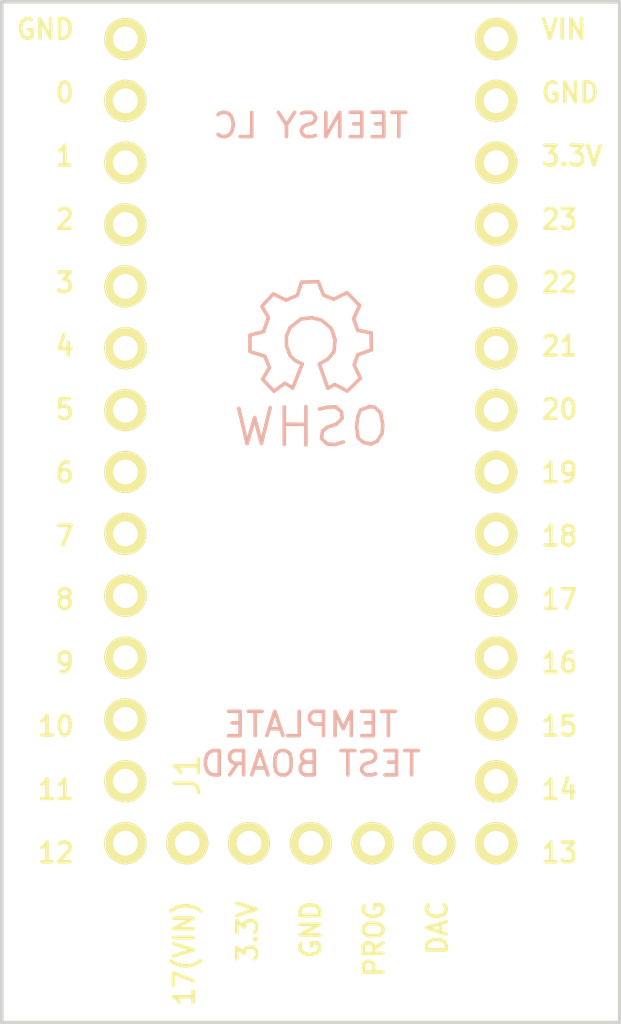
<source format=kicad_pcb>
(kicad_pcb (version 4) (host pcbnew 4.0.1-3.201512221402+6198~38~ubuntu14.04.1-stable)

  (general
    (links 0)
    (no_connects 3)
    (area 90.094999 71.043799 178.510001 123.265001)
    (thickness 1.6)
    (drawings 25)
    (tracks 0)
    (zones 0)
    (modules 2)
    (nets 3)
  )

  (page A4)
  (title_block
    (company "This design uses a KiCad DIP template created by Jenner at Wickerbox Electronics")
    (comment 1 "Released under the CERN Open Hardware License v1.2")
  )

  (layers
    (0 F.Cu signal)
    (31 B.Cu signal)
    (34 B.Paste user)
    (35 F.Paste user)
    (36 B.SilkS user)
    (37 F.SilkS user)
    (38 B.Mask user)
    (39 F.Mask user)
    (44 Edge.Cuts user)
    (46 B.CrtYd user hide)
    (47 F.CrtYd user)
    (48 B.Fab user hide)
    (49 F.Fab user hide)
  )

  (setup
    (last_trace_width 0.254)
    (user_trace_width 0.1524)
    (user_trace_width 0.254)
    (user_trace_width 0.3302)
    (user_trace_width 0.508)
    (user_trace_width 0.762)
    (user_trace_width 1.27)
    (trace_clearance 0.254)
    (zone_clearance 0.508)
    (zone_45_only no)
    (trace_min 0.1524)
    (segment_width 0.15)
    (edge_width 0.15)
    (via_size 0.6858)
    (via_drill 0.3302)
    (via_min_size 0.6858)
    (via_min_drill 0.3302)
    (user_via 0.6858 0.3302)
    (user_via 0.762 0.4064)
    (user_via 0.8636 0.508)
    (uvia_size 0.6858)
    (uvia_drill 0.3302)
    (uvias_allowed no)
    (uvia_min_size 0)
    (uvia_min_drill 0)
    (pcb_text_width 0.1524)
    (pcb_text_size 0.762 0.762)
    (mod_edge_width 0.15)
    (mod_text_size 0.762 0.762)
    (mod_text_width 0.1524)
    (pad_size 1.7272 1.7272)
    (pad_drill 1.016)
    (pad_to_mask_clearance 0.0762)
    (solder_mask_min_width 0.1016)
    (aux_axis_origin 0 0)
    (visible_elements FFFEDF7D)
    (pcbplotparams
      (layerselection 0x010fc_80000001)
      (usegerberextensions true)
      (excludeedgelayer true)
      (linewidth 0.100000)
      (plotframeref false)
      (viasonmask false)
      (mode 1)
      (useauxorigin false)
      (hpglpennumber 1)
      (hpglpenspeed 20)
      (hpglpendiameter 15)
      (hpglpenoverlay 2)
      (psnegative false)
      (psa4output false)
      (plotreference true)
      (plotvalue true)
      (plotinvisibletext false)
      (padsonsilk false)
      (subtractmaskfromsilk false)
      (outputformat 1)
      (mirror false)
      (drillshape 0)
      (scaleselection 1)
      (outputdirectory test-board-gerbers))
  )

  (net 0 "")
  (net 1 GND)
  (net 2 +3V3)

  (net_class Default "This is the default net class."
    (clearance 0.254)
    (trace_width 0.254)
    (via_dia 0.6858)
    (via_drill 0.3302)
    (uvia_dia 0.6858)
    (uvia_drill 0.3302)
    (add_net +3V3)
    (add_net GND)
  )

  (module Wickerlib:TEENSY-LC (layer F.Cu) (tedit 5737A410) (tstamp 57379F2D)
    (at 105.41 82.804)
    (path /57379A54)
    (fp_text reference J1 (at -7.62 20.066 270) (layer F.SilkS)
      (effects (font (size 1 1) (thickness 0.15)))
    )
    (fp_text value "TEENSY LC" (at -2.54 20.32 180) (layer F.Fab)
      (effects (font (size 1 1) (thickness 0.15)))
    )
    (fp_text user "TEENSY LC" (at -2.54 -6.604 180) (layer B.SilkS)
      (effects (font (size 1 1) (thickness 0.15)) (justify mirror))
    )
    (fp_line (start -11.43 24.13) (end 6.35 24.13) (layer F.CrtYd) (width 0.1524))
    (fp_line (start -11.43 -11.43) (end -11.43 24.13) (layer F.CrtYd) (width 0.1524))
    (fp_line (start 6.35 -11.43) (end -11.43 -11.43) (layer F.CrtYd) (width 0.1524))
    (fp_line (start 6.35 24.13) (end 6.35 -11.43) (layer F.CrtYd) (width 0.1524))
    (pad G1 thru_hole circle (at -10.16 -10.16) (size 1.7272 1.7272) (drill 1.016) (layers *.Cu *.Mask F.SilkS)
      (net 1 GND))
    (pad 0 thru_hole circle (at -10.16 -7.62) (size 1.7272 1.7272) (drill 1.016) (layers *.Cu *.Mask F.SilkS))
    (pad 1 thru_hole circle (at -10.16 -5.08) (size 1.7272 1.7272) (drill 1.016) (layers *.Cu *.Mask F.SilkS))
    (pad 2 thru_hole circle (at -10.16 -2.54) (size 1.7272 1.7272) (drill 1.016) (layers *.Cu *.Mask F.SilkS))
    (pad 3 thru_hole circle (at -10.16 0) (size 1.7272 1.7272) (drill 1.016) (layers *.Cu *.Mask F.SilkS))
    (pad 4 thru_hole circle (at -10.16 2.54) (size 1.7272 1.7272) (drill 1.016) (layers *.Cu *.Mask F.SilkS))
    (pad 5 thru_hole circle (at -10.16 5.08) (size 1.7272 1.7272) (drill 1.016) (layers *.Cu *.Mask F.SilkS))
    (pad 6 thru_hole circle (at -10.16 7.62) (size 1.7272 1.7272) (drill 1.016) (layers *.Cu *.Mask F.SilkS))
    (pad 7 thru_hole circle (at -10.16 10.16) (size 1.7272 1.7272) (drill 1.016) (layers *.Cu *.Mask F.SilkS))
    (pad 8 thru_hole circle (at -10.16 12.7) (size 1.7272 1.7272) (drill 1.016) (layers *.Cu *.Mask F.SilkS))
    (pad 9 thru_hole circle (at -10.16 15.24) (size 1.7272 1.7272) (drill 1.016) (layers *.Cu *.Mask F.SilkS))
    (pad 10 thru_hole circle (at -10.16 17.78) (size 1.7272 1.7272) (drill 1.016) (layers *.Cu *.Mask F.SilkS))
    (pad 11 thru_hole circle (at -10.16 20.32) (size 1.7272 1.7272) (drill 1.016) (layers *.Cu *.Mask F.SilkS))
    (pad 12 thru_hole circle (at -10.16 22.86) (size 1.7272 1.7272) (drill 1.016) (layers *.Cu *.Mask F.SilkS))
    (pad 17A thru_hole circle (at -7.62 22.86) (size 1.7272 1.7272) (drill 1.016) (layers *.Cu *.Mask F.SilkS))
    (pad 3V1 thru_hole circle (at -5.08 22.86) (size 1.7272 1.7272) (drill 1.016) (layers *.Cu *.Mask F.SilkS)
      (net 2 +3V3))
    (pad G2 thru_hole circle (at -2.54 22.86) (size 1.7272 1.7272) (drill 1.016) (layers *.Cu *.Mask F.SilkS)
      (net 1 GND))
    (pad PGM thru_hole circle (at 0 22.86) (size 1.7272 1.7272) (drill 1.016) (layers *.Cu *.Mask F.SilkS))
    (pad DAC thru_hole circle (at 2.54 22.86) (size 1.7272 1.7272) (drill 1.016) (layers *.Cu *.Mask F.SilkS))
    (pad 13 thru_hole circle (at 5.08 22.86) (size 1.7272 1.7272) (drill 1.016) (layers *.Cu *.Mask F.SilkS))
    (pad 16 thru_hole circle (at 5.08 15.24) (size 1.7272 1.7272) (drill 1.016) (layers *.Cu *.Mask F.SilkS))
    (pad 3V2 thru_hole circle (at 5.08 -5.08) (size 1.7272 1.7272) (drill 1.016) (layers *.Cu *.Mask F.SilkS)
      (net 2 +3V3))
    (pad 18 thru_hole circle (at 5.08 10.16) (size 1.7272 1.7272) (drill 1.016) (layers *.Cu *.Mask F.SilkS))
    (pad 17 thru_hole circle (at 5.08 12.7) (size 1.7272 1.7272) (drill 1.016) (layers *.Cu *.Mask F.SilkS))
    (pad G3 thru_hole circle (at 5.08 -7.62) (size 1.7272 1.7272) (drill 1.016) (layers *.Cu *.Mask F.SilkS)
      (net 1 GND))
    (pad 22 thru_hole circle (at 5.08 0) (size 1.7272 1.7272) (drill 1.016) (layers *.Cu *.Mask F.SilkS))
    (pad VIN thru_hole circle (at 5.08 -10.16) (size 1.7272 1.7272) (drill 1.016) (layers *.Cu *.Mask F.SilkS))
    (pad 21 thru_hole circle (at 5.08 2.54) (size 1.7272 1.7272) (drill 1.016) (layers *.Cu *.Mask F.SilkS))
    (pad 20 thru_hole circle (at 5.08 5.08) (size 1.7272 1.7272) (drill 1.016) (layers *.Cu *.Mask F.SilkS))
    (pad 19 thru_hole circle (at 5.08 7.62) (size 1.7272 1.7272) (drill 1.016) (layers *.Cu *.Mask F.SilkS))
    (pad 23 thru_hole circle (at 5.08 -2.54) (size 1.7272 1.7272) (drill 1.016) (layers *.Cu *.Mask F.SilkS))
    (pad 14 thru_hole circle (at 5.08 20.32) (size 1.7272 1.7272) (drill 1.016) (layers *.Cu *.Mask F.SilkS))
    (pad 15 thru_hole circle (at 5.08 17.78) (size 1.7272 1.7272) (drill 1.016) (layers *.Cu *.Mask F.SilkS))
  )

  (module Wickerlib:Symbol_OSHW-Logo_SilkScreen (layer B.Cu) (tedit 5737A48A) (tstamp 5737D35D)
    (at 102.87 85.09 180)
    (descr "Symbol, OSHW-Logo, Silk Screen,")
    (tags "Symbol, OSHW-Logo, Silk Screen,")
    (fp_text reference REF** (at 0.09906 4.38912 180) (layer B.SilkS) hide
      (effects (font (size 1 1) (thickness 0.15)) (justify mirror))
    )
    (fp_text value Symbol_OSHW-Logo_SilkScreen (at 0.30988 -6.56082 180) (layer B.Fab)
      (effects (font (size 1 1) (thickness 0.15)) (justify mirror))
    )
    (fp_line (start 1.66878 -2.68986) (end 2.02946 -4.16052) (layer B.SilkS) (width 0.15))
    (fp_line (start 2.02946 -4.16052) (end 2.30886 -3.0988) (layer B.SilkS) (width 0.15))
    (fp_line (start 2.30886 -3.0988) (end 2.61874 -4.17068) (layer B.SilkS) (width 0.15))
    (fp_line (start 2.61874 -4.17068) (end 2.9591 -2.72034) (layer B.SilkS) (width 0.15))
    (fp_line (start 0.24892 -3.38074) (end 1.03886 -3.37058) (layer B.SilkS) (width 0.15))
    (fp_line (start 1.03886 -3.37058) (end 1.04902 -3.38074) (layer B.SilkS) (width 0.15))
    (fp_line (start 1.04902 -3.38074) (end 1.04902 -3.37058) (layer B.SilkS) (width 0.15))
    (fp_line (start 1.08966 -2.65938) (end 1.08966 -4.20116) (layer B.SilkS) (width 0.15))
    (fp_line (start 0.20066 -2.64922) (end 0.20066 -4.21894) (layer B.SilkS) (width 0.15))
    (fp_line (start 0.20066 -4.21894) (end 0.21082 -4.20878) (layer B.SilkS) (width 0.15))
    (fp_line (start -0.35052 -2.75082) (end -0.70104 -2.66954) (layer B.SilkS) (width 0.15))
    (fp_line (start -0.70104 -2.66954) (end -1.02108 -2.65938) (layer B.SilkS) (width 0.15))
    (fp_line (start -1.02108 -2.65938) (end -1.25984 -2.86004) (layer B.SilkS) (width 0.15))
    (fp_line (start -1.25984 -2.86004) (end -1.29032 -3.12928) (layer B.SilkS) (width 0.15))
    (fp_line (start -1.29032 -3.12928) (end -1.04902 -3.37058) (layer B.SilkS) (width 0.15))
    (fp_line (start -1.04902 -3.37058) (end -0.6604 -3.50012) (layer B.SilkS) (width 0.15))
    (fp_line (start -0.6604 -3.50012) (end -0.48006 -3.66014) (layer B.SilkS) (width 0.15))
    (fp_line (start -0.48006 -3.66014) (end -0.43942 -3.95986) (layer B.SilkS) (width 0.15))
    (fp_line (start -0.43942 -3.95986) (end -0.67056 -4.18084) (layer B.SilkS) (width 0.15))
    (fp_line (start -0.67056 -4.18084) (end -0.9906 -4.20878) (layer B.SilkS) (width 0.15))
    (fp_line (start -0.9906 -4.20878) (end -1.34112 -4.09956) (layer B.SilkS) (width 0.15))
    (fp_line (start -2.37998 -2.64922) (end -2.6289 -2.66954) (layer B.SilkS) (width 0.15))
    (fp_line (start -2.6289 -2.66954) (end -2.8702 -2.91084) (layer B.SilkS) (width 0.15))
    (fp_line (start -2.8702 -2.91084) (end -2.9591 -3.40106) (layer B.SilkS) (width 0.15))
    (fp_line (start -2.9591 -3.40106) (end -2.93116 -3.74904) (layer B.SilkS) (width 0.15))
    (fp_line (start -2.93116 -3.74904) (end -2.7305 -4.06908) (layer B.SilkS) (width 0.15))
    (fp_line (start -2.7305 -4.06908) (end -2.47904 -4.191) (layer B.SilkS) (width 0.15))
    (fp_line (start -2.47904 -4.191) (end -2.16916 -4.11988) (layer B.SilkS) (width 0.15))
    (fp_line (start -2.16916 -4.11988) (end -1.95072 -3.93954) (layer B.SilkS) (width 0.15))
    (fp_line (start -1.95072 -3.93954) (end -1.8796 -3.4798) (layer B.SilkS) (width 0.15))
    (fp_line (start -1.8796 -3.4798) (end -1.9304 -3.07086) (layer B.SilkS) (width 0.15))
    (fp_line (start -1.9304 -3.07086) (end -2.03962 -2.78892) (layer B.SilkS) (width 0.15))
    (fp_line (start -2.03962 -2.78892) (end -2.4003 -2.65938) (layer B.SilkS) (width 0.15))
    (fp_line (start -1.78054 -0.92964) (end -2.03962 -1.49098) (layer B.SilkS) (width 0.15))
    (fp_line (start -2.03962 -1.49098) (end -1.50114 -2.00914) (layer B.SilkS) (width 0.15))
    (fp_line (start -1.50114 -2.00914) (end -0.98044 -1.7399) (layer B.SilkS) (width 0.15))
    (fp_line (start -0.98044 -1.7399) (end -0.70104 -1.89992) (layer B.SilkS) (width 0.15))
    (fp_line (start 0.73914 -1.8796) (end 1.06934 -1.6891) (layer B.SilkS) (width 0.15))
    (fp_line (start 1.06934 -1.6891) (end 1.50876 -2.0193) (layer B.SilkS) (width 0.15))
    (fp_line (start 1.50876 -2.0193) (end 1.9812 -1.52908) (layer B.SilkS) (width 0.15))
    (fp_line (start 1.9812 -1.52908) (end 1.69926 -1.04902) (layer B.SilkS) (width 0.15))
    (fp_line (start 1.69926 -1.04902) (end 1.88976 -0.57912) (layer B.SilkS) (width 0.15))
    (fp_line (start 1.88976 -0.57912) (end 2.49936 -0.39116) (layer B.SilkS) (width 0.15))
    (fp_line (start 2.49936 -0.39116) (end 2.49936 0.28956) (layer B.SilkS) (width 0.15))
    (fp_line (start 2.49936 0.28956) (end 1.94056 0.42926) (layer B.SilkS) (width 0.15))
    (fp_line (start 1.94056 0.42926) (end 1.7399 1.00076) (layer B.SilkS) (width 0.15))
    (fp_line (start 1.7399 1.00076) (end 2.00914 1.47066) (layer B.SilkS) (width 0.15))
    (fp_line (start 2.00914 1.47066) (end 1.53924 1.9812) (layer B.SilkS) (width 0.15))
    (fp_line (start 1.53924 1.9812) (end 1.02108 1.71958) (layer B.SilkS) (width 0.15))
    (fp_line (start 1.02108 1.71958) (end 0.55118 1.92024) (layer B.SilkS) (width 0.15))
    (fp_line (start 0.55118 1.92024) (end 0.381 2.46126) (layer B.SilkS) (width 0.15))
    (fp_line (start 0.381 2.46126) (end -0.30988 2.47904) (layer B.SilkS) (width 0.15))
    (fp_line (start -0.30988 2.47904) (end -0.5207 1.9304) (layer B.SilkS) (width 0.15))
    (fp_line (start -0.5207 1.9304) (end -0.9398 1.76022) (layer B.SilkS) (width 0.15))
    (fp_line (start -0.9398 1.76022) (end -1.49098 2.02946) (layer B.SilkS) (width 0.15))
    (fp_line (start -1.49098 2.02946) (end -2.00914 1.50114) (layer B.SilkS) (width 0.15))
    (fp_line (start -2.00914 1.50114) (end -1.76022 0.96012) (layer B.SilkS) (width 0.15))
    (fp_line (start -1.76022 0.96012) (end -1.9304 0.48006) (layer B.SilkS) (width 0.15))
    (fp_line (start -1.9304 0.48006) (end -2.47904 0.381) (layer B.SilkS) (width 0.15))
    (fp_line (start -2.47904 0.381) (end -2.4892 -0.32004) (layer B.SilkS) (width 0.15))
    (fp_line (start -2.4892 -0.32004) (end -1.9304 -0.5207) (layer B.SilkS) (width 0.15))
    (fp_line (start -1.9304 -0.5207) (end -1.7907 -0.91948) (layer B.SilkS) (width 0.15))
    (fp_line (start 0.35052 -0.89916) (end 0.65024 -0.7493) (layer B.SilkS) (width 0.15))
    (fp_line (start 0.65024 -0.7493) (end 0.8509 -0.55118) (layer B.SilkS) (width 0.15))
    (fp_line (start 0.8509 -0.55118) (end 1.00076 -0.14986) (layer B.SilkS) (width 0.15))
    (fp_line (start 1.00076 -0.14986) (end 1.00076 0.24892) (layer B.SilkS) (width 0.15))
    (fp_line (start 1.00076 0.24892) (end 0.8509 0.59944) (layer B.SilkS) (width 0.15))
    (fp_line (start 0.8509 0.59944) (end 0.39878 0.94996) (layer B.SilkS) (width 0.15))
    (fp_line (start 0.39878 0.94996) (end -0.0508 1.00076) (layer B.SilkS) (width 0.15))
    (fp_line (start -0.0508 1.00076) (end -0.44958 0.89916) (layer B.SilkS) (width 0.15))
    (fp_line (start -0.44958 0.89916) (end -0.8509 0.55118) (layer B.SilkS) (width 0.15))
    (fp_line (start -0.8509 0.55118) (end -1.00076 0.09906) (layer B.SilkS) (width 0.15))
    (fp_line (start -1.00076 0.09906) (end -0.94996 -0.39878) (layer B.SilkS) (width 0.15))
    (fp_line (start -0.94996 -0.39878) (end -0.70104 -0.70104) (layer B.SilkS) (width 0.15))
    (fp_line (start -0.70104 -0.70104) (end -0.35052 -0.89916) (layer B.SilkS) (width 0.15))
    (fp_line (start -0.35052 -0.89916) (end -0.70104 -1.89992) (layer B.SilkS) (width 0.15))
    (fp_line (start 0.35052 -0.89916) (end 0.7493 -1.89992) (layer B.SilkS) (width 0.15))
  )

  (gr_line (start 90.17 113.03) (end 90.17 71.12) (layer Edge.Cuts) (width 0.15))
  (gr_line (start 115.57 113.03) (end 90.17 113.03) (layer Edge.Cuts) (width 0.15))
  (gr_line (start 115.57 71.12) (end 115.57 113.03) (layer Edge.Cuts) (width 0.15))
  (gr_line (start 90.17 71.12) (end 115.57 71.12) (layer Edge.Cuts) (width 0.15))
  (gr_text "TEMPLATE\nTEST BOARD" (at 102.87 101.6) (layer B.SilkS)
    (effects (font (size 1 1) (thickness 0.15)) (justify mirror))
  )
  (gr_text "17(VIN)\n\n3.3V\n\nGND\n\nPROG\n\nDAC" (at 102.87 107.95 90) (layer F.SilkS) (tstamp 5737A2FF)
    (effects (font (size 0.80772 0.762) (thickness 0.1524)) (justify right))
  )
  (gr_text "GND\n\n0\n\n1\n\n2\n\n3\n\n4\n\n5\n\n6\n\n7\n\n8\n\n9\n\n10\n\n11\n\n12" (at 93.218 89.154) (layer F.SilkS) (tstamp 5737A2C9)
    (effects (font (size 0.80772 0.762) (thickness 0.1524)) (justify right))
  )
  (gr_text "VIN\n\nGND\n\n3.3V\n\n23\n\n22\n\n21\n\n20\n\n19\n\n18\n\n17\n\n16\n\n15\n\n14\n\n13\n" (at 112.268 89.154) (layer F.SilkS)
    (effects (font (size 0.80772 0.762) (thickness 0.1524)) (justify left))
  )
  (gr_circle (center 117.348 76.962) (end 118.618 76.962) (layer Dwgs.User) (width 0.15))
  (gr_line (start 114.427 78.994) (end 114.427 74.93) (angle 90) (layer Dwgs.User) (width 0.15))
  (gr_line (start 120.269 78.994) (end 114.427 78.994) (angle 90) (layer Dwgs.User) (width 0.15))
  (gr_line (start 120.269 74.93) (end 120.269 78.994) (angle 90) (layer Dwgs.User) (width 0.15))
  (gr_line (start 114.427 74.93) (end 120.269 74.93) (angle 90) (layer Dwgs.User) (width 0.15))
  (gr_line (start 120.523 93.98) (end 104.648 93.98) (angle 90) (layer Dwgs.User) (width 0.15))
  (gr_line (start 173.355 102.235) (end 173.355 94.615) (angle 90) (layer Dwgs.User) (width 0.15))
  (gr_line (start 178.435 102.235) (end 173.355 102.235) (angle 90) (layer Dwgs.User) (width 0.15))
  (gr_line (start 178.435 94.615) (end 178.435 102.235) (angle 90) (layer Dwgs.User) (width 0.15))
  (gr_line (start 173.355 94.615) (end 178.435 94.615) (angle 90) (layer Dwgs.User) (width 0.15))
  (gr_line (start 109.093 123.19) (end 109.093 114.3) (angle 90) (layer Dwgs.User) (width 0.15))
  (gr_line (start 122.428 123.19) (end 109.093 123.19) (angle 90) (layer Dwgs.User) (width 0.15))
  (gr_line (start 122.428 114.3) (end 122.428 123.19) (angle 90) (layer Dwgs.User) (width 0.15))
  (gr_line (start 109.093 114.3) (end 122.428 114.3) (angle 90) (layer Dwgs.User) (width 0.15))
  (gr_line (start 104.648 93.98) (end 104.648 82.55) (angle 90) (layer Dwgs.User) (width 0.15))
  (gr_line (start 120.523 82.55) (end 120.523 93.98) (angle 90) (layer Dwgs.User) (width 0.15))
  (gr_line (start 104.648 82.55) (end 120.523 82.55) (angle 90) (layer Dwgs.User) (width 0.15))

)

</source>
